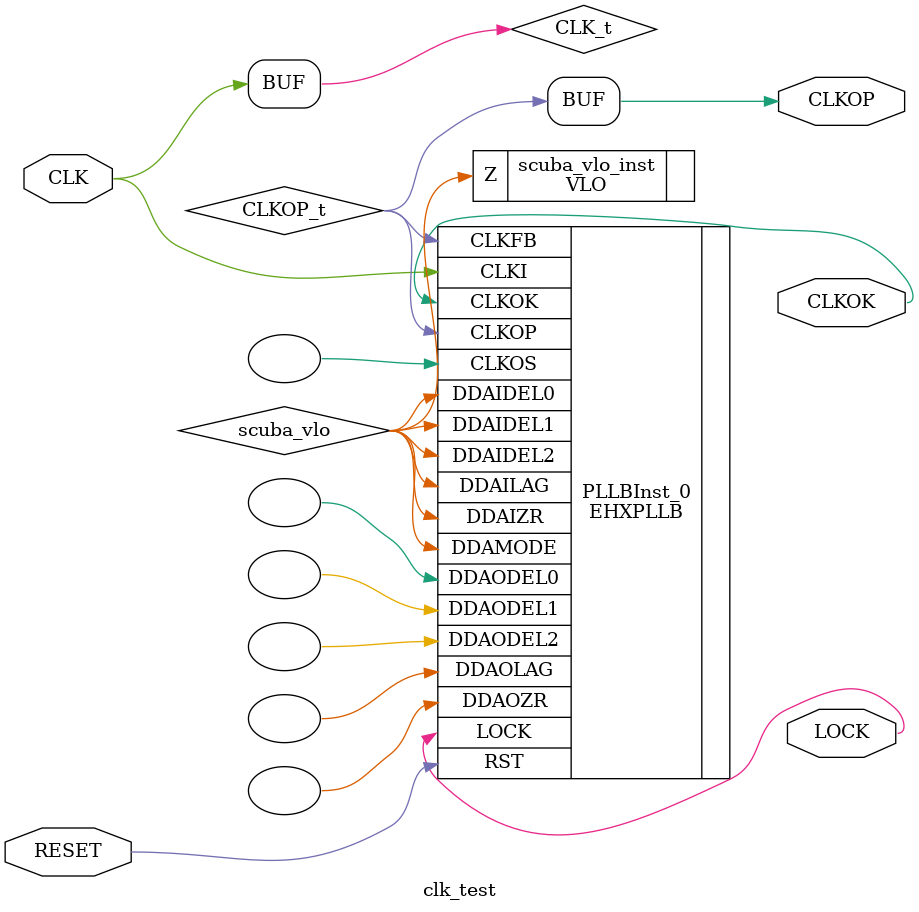
<source format=v>
/* Verilog netlist generated by SCUBA Diamond (64-bit) 3.10.0.111.2 */
/* Module Version: 5.7 */
/* /usr/local/diamond/3.10_x64/ispfpga/bin/lin64/scuba -w -n clk_test -lang verilog -synth synplify -arch ep5g00p -type pll -fin 25 -fclkop 100 -fclkop_tol 0.0 -delay_cntl STATIC -fdel 0 -fb_mode CLOCKTREE -noclkos -fclkok 25 -fclkok_tol 0.0  */
/* Thu Mar 28 17:42:27 2019 */


`timescale 1 ns / 1 ps
module clk_test (CLK, RESET, CLKOP, CLKOK, LOCK)/* synthesis NGD_DRC_MASK=1 */;
    input wire CLK;
    input wire RESET;
    output wire CLKOP;
    output wire CLKOK;
    output wire LOCK;

    wire scuba_vlo;
    wire CLKOP_t;
    wire CLK_t;

    VLO scuba_vlo_inst (.Z(scuba_vlo));

    // synopsys translate_off
    defparam PLLBInst_0.DELAY_CNTL = "STATIC" ;
    defparam PLLBInst_0.FDEL = "0" ;
    defparam PLLBInst_0.DUTY = "4" ;
    defparam PLLBInst_0.PHASEADJ = "0" ;
    defparam PLLBInst_0.CLKOK_DIV = "4" ;
    defparam PLLBInst_0.CLKOP_DIV = "8" ;
    defparam PLLBInst_0.CLKFB_DIV = "4" ;
    defparam PLLBInst_0.CLKI_DIV = "1" ;
    // synopsys translate_on
    EHXPLLB PLLBInst_0 (.RST(RESET), .CLKI(CLK_t), .CLKFB(CLKOP_t), .DDAMODE(scuba_vlo), 
        .DDAIZR(scuba_vlo), .DDAILAG(scuba_vlo), .DDAIDEL0(scuba_vlo), .DDAIDEL1(scuba_vlo), 
        .DDAIDEL2(scuba_vlo), .CLKOP(CLKOP_t), .CLKOK(CLKOK), .CLKOS(), 
        .LOCK(LOCK), .DDAOZR(), .DDAOLAG(), .DDAODEL0(), .DDAODEL1(), .DDAODEL2())
             /* synthesis DELAY_CNTL="STATIC" */
             /* synthesis FDEL="0" */
             /* synthesis DUTY="4" */
             /* synthesis PHASEADJ="0" */
             /* synthesis FB_MODE="CLOCKTREE" */
             /* synthesis FREQUENCY_PIN_CLKOP="100.000000" */
             /* synthesis FREQUENCY_PIN_CLKI="25.000000" */
             /* synthesis FREQUENCY_PIN_CLKOK="25.000000" */
             /* synthesis CLKOK_DIV="4" */
             /* synthesis CLKOP_DIV="8" */
             /* synthesis CLKFB_DIV="4" */
             /* synthesis CLKI_DIV="1" */
             /* synthesis FIN="25.000000" */;

    assign CLKOP = CLKOP_t;
    assign CLK_t = CLK;


    // exemplar begin
    // exemplar attribute PLLBInst_0 DELAY_CNTL STATIC
    // exemplar attribute PLLBInst_0 FDEL 0
    // exemplar attribute PLLBInst_0 DUTY 4
    // exemplar attribute PLLBInst_0 PHASEADJ 0
    // exemplar attribute PLLBInst_0 FB_MODE CLOCKTREE
    // exemplar attribute PLLBInst_0 FREQUENCY_PIN_CLKOP 100.000000
    // exemplar attribute PLLBInst_0 FREQUENCY_PIN_CLKI 25.000000
    // exemplar attribute PLLBInst_0 FREQUENCY_PIN_CLKOK 25.000000
    // exemplar attribute PLLBInst_0 CLKOK_DIV 4
    // exemplar attribute PLLBInst_0 CLKOP_DIV 8
    // exemplar attribute PLLBInst_0 CLKFB_DIV 4
    // exemplar attribute PLLBInst_0 CLKI_DIV 1
    // exemplar attribute PLLBInst_0 FIN 25.000000
    // exemplar end

endmodule

</source>
